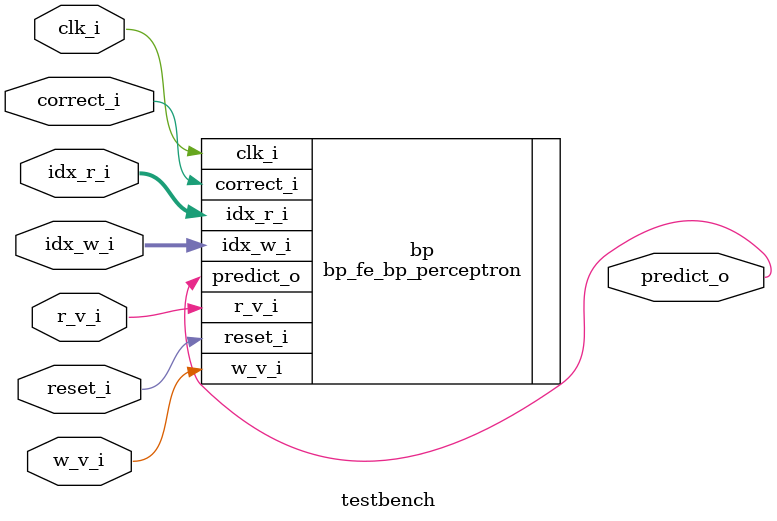
<source format=sv>
module testbench
  #( parameter bht_idx_width_p   = 2
  ,  parameter bp_cnt_sat_bits_p = 2
  ,  parameter bp_n_hist         = 2
  )
  ( input                       clk_i
  , input                       reset_i

  , input                       w_v_i
  , input [bht_idx_width_p-1:0] idx_w_i
  , input                       correct_i

  , input                       r_v_i
  , input [bht_idx_width_p-1:0] idx_r_i
  , output                      predict_o
  );

  // instantiate two-level local predictor
  bp_fe_bp_perceptron
   #( .bht_idx_width_p(bht_idx_width_p)
    , .bp_n_hist(bp_n_hist)
    )
    bp
    ( .clk_i(clk_i)
    , .reset_i(reset_i)

    , .w_v_i(w_v_i)
    , .idx_w_i(idx_w_i)
    , .correct_i(correct_i)

    , .r_v_i(r_v_i)
    , .idx_r_i(idx_r_i)
    , .predict_o(predict_o)
  );


`ifndef VERILATOR
  // dump waves
  initial begin
    $dumpfile("dump.vcd");
    $dumpvars(1, testbench);
  end
`endif

endmodule

</source>
